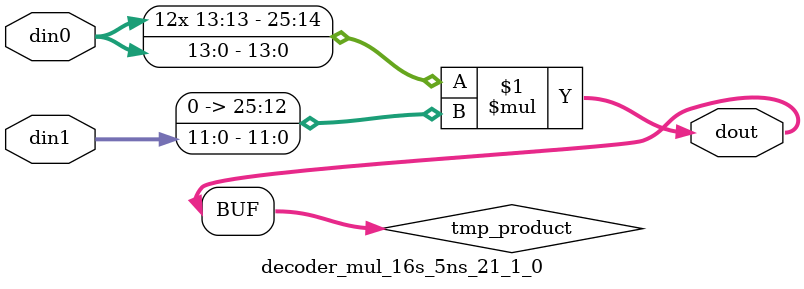
<source format=v>

`timescale 1 ns / 1 ps

 module decoder_mul_16s_5ns_21_1_0(din0, din1, dout);
parameter ID = 1;
parameter NUM_STAGE = 0;
parameter din0_WIDTH = 14;
parameter din1_WIDTH = 12;
parameter dout_WIDTH = 26;

input [din0_WIDTH - 1 : 0] din0; 
input [din1_WIDTH - 1 : 0] din1; 
output [dout_WIDTH - 1 : 0] dout;

wire signed [dout_WIDTH - 1 : 0] tmp_product;


























assign tmp_product = $signed(din0) * $signed({1'b0, din1});









assign dout = tmp_product;





















endmodule

</source>
